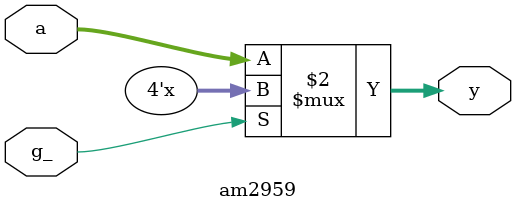
<source format=v>

module am2959(a, y, g_);
parameter WIDTH=4;
input [WIDTH-1:0] a;
output [WIDTH-1:0] y;
input g_;

assign y = (g_==1'b0) ? a : {WIDTH{1'bz}};
endmodule
// This code is part of the model collection of AM29xx Bitslice devices
// Copyright (C) 2019  Holger Veit (hveit01@web.de)
//
//    This program is free software; you can redistribute it and/or modify
//    it under the terms of the GNU General Public License as published by
//    the Free Software Foundation; either version 3 of the License, or (at
//    your option) any later version.
//
//    This program is distributed in the hope that it will be useful, but
//    WITHOUT ANY WARRANTY; without even the implied warranty of
//    MERCHANTABILITY or FITNESS FOR A PARTICULAR PURPOSE. See the GNU
//    General Public License for more details.
//
//    You should have received a copy of the GNU General Public License
//    along with this program; if not, see <http://www.gnu.org/licenses/>.
//
//


</source>
